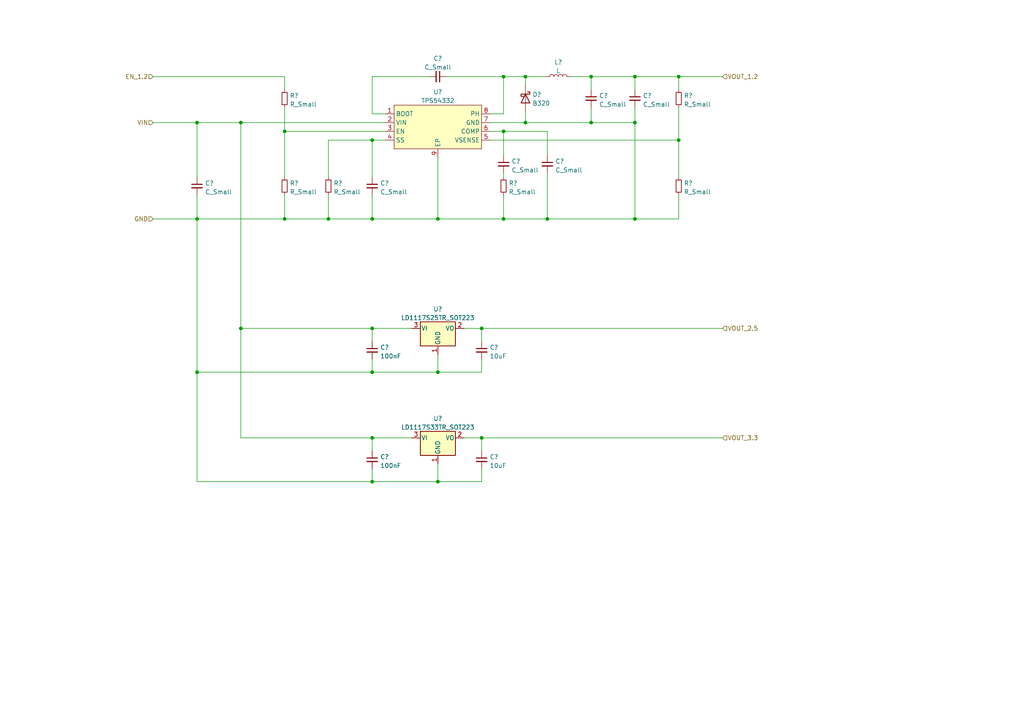
<source format=kicad_sch>
(kicad_sch (version 20211123) (generator eeschema)
  (paper "A4")
  (lib_symbols
    (symbol "Device:C_Small" (pin_numbers hide) (pin_names (offset 0.254) hide)
      (property "Reference" "C" (at 0.254 1.778 0))
      (property "Value" "C_Small" (at 0.254 -2.032 0))
      (symbol "C_Small_0_1"
        (polyline (pts (xy -1.524 -0.508) (xy 1.524 -0.508)) (stroke (width 0.3302)))
        (polyline (pts (xy -1.524 0.508) (xy 1.524 0.508)) (stroke (width 0.3048)))
      )
      (symbol "C_Small_1_1"
        (pin passive line (at 0 2.54 270) (length 2.032) (name "~") (number "1"))
        (pin passive line (at 0 -2.54 90) (length 2.032) (name "~") (number "2"))
      )
    )
    (symbol "Device:L" (pin_numbers hide) (pin_names (offset 1.016) hide)
      (property "Reference" "L" (at -1.27 0 90))
      (property "Value" "L" (at 1.905 0 90))
      (symbol "L_0_1"
        (arc (start 0 -2.54) (mid 0.635 -1.905) (end 0 -1.27))
        (arc (start 0 -1.27) (mid 0.635 -0.635) (end 0 0))
        (arc (start 0 0) (mid 0.635 0.635) (end 0 1.27))
        (arc (start 0 1.27) (mid 0.635 1.905) (end 0 2.54))
      )
      (symbol "L_1_1"
        (pin passive line (at 0 3.81 270) (length 1.27) (name "1") (number "1"))
        (pin passive line (at 0 -3.81 90) (length 1.27) (name "2") (number "2"))
      )
    )
    (symbol "Device:R_Small" (pin_numbers hide) (pin_names (offset 0.254) hide)
      (property "Reference" "R" (at 0.762 0.508 0))
      (property "Value" "R_Small" (at 0.762 -1.016 0))
      (symbol "R_Small_0_1"
        (rectangle (start -0.762 1.778) (end 0.762 -1.778) (stroke (width 0.2032)))
      )
      (symbol "R_Small_1_1"
        (pin passive line (at 0 2.54 270) (length 0.762) (name "~") (number "1"))
        (pin passive line (at 0 -2.54 90) (length 0.762) (name "~") (number "2"))
      )
    )
    (symbol "Diode:B320" (pin_numbers hide) (pin_names (offset 1.016) hide)
      (property "Reference" "D" (at 0 2.54 0))
      (property "Value" "B320" (at 0 -2.54 0))
      (symbol "B320_0_1"
        (polyline (pts (xy 1.27 0) (xy -1.27 0)))
        (polyline (pts (xy 1.27 1.27) (xy 1.27 -1.27) (xy -1.27 0) (xy 1.27 1.27)) (stroke (width 0.254)))
        (polyline (pts (xy -1.905 0.635) (xy -1.905 1.27) (xy -1.27 1.27) (xy -1.27 -1.27) (xy -0.635 -1.27) (xy -0.635 -0.635)) (stroke (width 0.254)))
      )
      (symbol "B320_1_1"
        (pin passive line (at -3.81 0 0) (length 2.54) (name "K") (number "1"))
        (pin passive line (at 3.81 0 180) (length 2.54) (name "A") (number "2"))
      )
    )
    (symbol "Regulator_Linear:LD1117S25TR_SOT223" (pin_names (offset 0.254))
      (property "Reference" "U" (at -3.81 3.175 0))
      (property "Value" "LD1117S25TR_SOT223" (at 0 3.175 0))
      (symbol "LD1117S25TR_SOT223_0_1"
        (rectangle (start -5.08 -5.08) (end 5.08 1.905) (stroke (width 0.254)) (fill (type background)))
      )
      (symbol "LD1117S25TR_SOT223_1_1"
        (pin power_in line (at 0 -7.62 90) (length 2.54) (name "GND") (number "1"))
        (pin power_out line (at 7.62 0 180) (length 2.54) (name "VO") (number "2"))
        (pin power_in line (at -7.62 0 0) (length 2.54) (name "VI") (number "3"))
      )
    )
    (symbol "Regulator_Linear:LD1117S33TR_SOT223" (pin_names (offset 0.254))
      (property "Reference" "U" (at -3.81 3.175 0))
      (property "Value" "LD1117S33TR_SOT223" (at 0 3.175 0))
      (symbol "LD1117S33TR_SOT223_0_1"
        (rectangle (start -5.08 -5.08) (end 5.08 1.905) (stroke (width 0.254)) (fill (type background)))
      )
      (symbol "LD1117S33TR_SOT223_1_1"
        (pin power_in line (at 0 -7.62 90) (length 2.54) (name "GND") (number "1"))
        (pin power_out line (at 7.62 0 180) (length 2.54) (name "VO") (number "2"))
        (pin power_in line (at -7.62 0 0) (length 2.54) (name "VI") (number "3"))
      )
    )
    (symbol "TPS54x3x:TPS54332"
      (property "Reference" "U?" (at 0 10.16 0))
      (property "Value" "TPS54332" (at 0 7.62 0))
      (symbol "TPS54332_0_1"
        (rectangle (start -12.7 6.35) (end 12.7 -6.35) (stroke (width 0.1524)) (fill (type background)))
      )
      (symbol "TPS54332_1_1"
        (pin output line (at -15.24 3.81 0) (length 2.54) (name "BOOT") (number "1"))
        (pin input line (at -15.24 1.27 0) (length 2.54) (name "VIN") (number "2"))
        (pin input line (at -15.24 -1.27 0) (length 2.54) (name "EN") (number "3"))
        (pin input line (at -15.24 -3.81 0) (length 2.54) (name "SS") (number "4"))
        (pin input line (at 15.24 -3.81 180) (length 2.54) (name "VSENSE") (number "5"))
        (pin output line (at 15.24 -1.27 180) (length 2.54) (name "COMP") (number "6"))
        (pin passive line (at 15.24 1.27 180) (length 2.54) (name "GND") (number "7"))
        (pin output line (at 15.24 3.81 180) (length 2.54) (name "PH") (number "8"))
        (pin passive line (at 0 -8.89 90) (length 2.54) (name "EP") (number "9"))
      )
    )
  )
  (junction (at 107.95 63.5))
  (junction (at 139.7 95.25))
  (junction (at 69.85 95.25))
  (junction (at 139.7 127))
  (junction (at 184.15 22.225))
  (junction (at 69.85 35.56))
  (junction (at 158.75 63.5))
  (junction (at 127 139.7))
  (junction (at 196.85 22.225))
  (junction (at 57.15 35.56))
  (junction (at 146.05 63.5))
  (junction (at 82.55 63.5))
  (junction (at 82.55 38.1))
  (junction (at 146.05 22.225))
  (junction (at 107.95 139.7))
  (junction (at 196.85 40.64))
  (junction (at 146.05 38.1))
  (junction (at 184.15 35.56))
  (junction (at 107.95 127))
  (junction (at 152.4 35.56))
  (junction (at 107.95 40.64))
  (junction (at 171.45 35.56))
  (junction (at 57.15 107.95))
  (junction (at 57.15 63.5))
  (junction (at 152.4 22.225))
  (junction (at 171.45 22.225))
  (junction (at 95.25 63.5))
  (junction (at 127 63.5))
  (junction (at 127 107.95))
  (junction (at 107.95 107.95))
  (junction (at 107.95 95.25))
  (junction (at 184.15 63.5))
  (wire (pts (xy 139.7 104.14) (xy 139.7 107.95)))
  (wire (pts (xy 139.7 95.25) (xy 209.55 95.25)))
  (wire (pts (xy 95.25 56.515) (xy 95.25 63.5)))
  (wire (pts (xy 95.25 63.5) (xy 107.95 63.5)))
  (wire (pts (xy 158.75 63.5) (xy 184.15 63.5)))
  (wire (pts (xy 139.7 127) (xy 209.55 127)))
  (wire (pts (xy 124.46 22.225) (xy 107.95 22.225)))
  (wire (pts (xy 82.55 63.5) (xy 95.25 63.5)))
  (wire (pts (xy 107.95 104.14) (xy 107.95 107.95)))
  (wire (pts (xy 165.735 22.225) (xy 171.45 22.225)))
  (wire (pts (xy 158.75 45.085) (xy 158.75 38.1)))
  (wire (pts (xy 95.25 51.435) (xy 95.25 40.64)))
  (wire (pts (xy 57.15 107.95) (xy 57.15 63.5)))
  (wire (pts (xy 146.05 22.225) (xy 129.54 22.225)))
  (wire (pts (xy 152.4 32.385) (xy 152.4 35.56)))
  (wire (pts (xy 127 45.72) (xy 127 63.5)))
  (wire (pts (xy 171.45 31.115) (xy 171.45 35.56)))
  (wire (pts (xy 119.38 95.25) (xy 107.95 95.25)))
  (wire (pts (xy 184.15 31.115) (xy 184.15 35.56)))
  (wire (pts (xy 146.05 38.1) (xy 142.24 38.1)))
  (wire (pts (xy 107.95 51.435) (xy 107.95 40.64)))
  (wire (pts (xy 142.24 40.64) (xy 196.85 40.64)))
  (wire (pts (xy 196.85 56.515) (xy 196.85 63.5)))
  (wire (pts (xy 82.55 38.1) (xy 111.76 38.1)))
  (wire (pts (xy 139.7 135.89) (xy 139.7 139.7)))
  (wire (pts (xy 184.15 26.035) (xy 184.15 22.225)))
  (wire (pts (xy 196.85 40.64) (xy 196.85 51.435)))
  (wire (pts (xy 146.05 63.5) (xy 158.75 63.5)))
  (wire (pts (xy 107.95 63.5) (xy 127 63.5)))
  (wire (pts (xy 69.85 95.25) (xy 69.85 35.56)))
  (wire (pts (xy 107.95 127) (xy 69.85 127)))
  (wire (pts (xy 107.95 139.7) (xy 57.15 139.7)))
  (wire (pts (xy 107.95 95.25) (xy 107.95 99.06)))
  (wire (pts (xy 82.55 31.115) (xy 82.55 38.1)))
  (wire (pts (xy 152.4 35.56) (xy 171.45 35.56)))
  (wire (pts (xy 152.4 22.225) (xy 146.05 22.225)))
  (wire (pts (xy 134.62 127) (xy 139.7 127)))
  (wire (pts (xy 107.95 127) (xy 107.95 130.81)))
  (wire (pts (xy 146.05 45.085) (xy 146.05 38.1)))
  (wire (pts (xy 142.24 33.02) (xy 146.05 33.02)))
  (wire (pts (xy 196.85 22.225) (xy 209.55 22.225)))
  (wire (pts (xy 158.75 50.165) (xy 158.75 63.5)))
  (wire (pts (xy 127 107.95) (xy 139.7 107.95)))
  (wire (pts (xy 44.45 22.225) (xy 82.55 22.225)))
  (wire (pts (xy 69.85 35.56) (xy 57.15 35.56)))
  (wire (pts (xy 107.95 135.89) (xy 107.95 139.7)))
  (wire (pts (xy 146.05 50.165) (xy 146.05 51.435)))
  (wire (pts (xy 82.55 56.515) (xy 82.55 63.5)))
  (wire (pts (xy 184.15 63.5) (xy 196.85 63.5)))
  (wire (pts (xy 107.95 33.02) (xy 111.76 33.02)))
  (wire (pts (xy 82.55 22.225) (xy 82.55 26.035)))
  (wire (pts (xy 196.85 31.115) (xy 196.85 40.64)))
  (wire (pts (xy 171.45 35.56) (xy 184.15 35.56)))
  (wire (pts (xy 44.45 35.56) (xy 57.15 35.56)))
  (wire (pts (xy 127 139.7) (xy 107.95 139.7)))
  (wire (pts (xy 111.76 35.56) (xy 69.85 35.56)))
  (wire (pts (xy 107.95 22.225) (xy 107.95 33.02)))
  (wire (pts (xy 57.15 63.5) (xy 82.55 63.5)))
  (wire (pts (xy 119.38 127) (xy 107.95 127)))
  (wire (pts (xy 127 63.5) (xy 146.05 63.5)))
  (wire (pts (xy 82.55 51.435) (xy 82.55 38.1)))
  (wire (pts (xy 139.7 139.7) (xy 127 139.7)))
  (wire (pts (xy 57.15 56.515) (xy 57.15 63.5)))
  (wire (pts (xy 152.4 24.765) (xy 152.4 22.225)))
  (wire (pts (xy 146.05 33.02) (xy 146.05 22.225)))
  (wire (pts (xy 107.95 56.515) (xy 107.95 63.5)))
  (wire (pts (xy 134.62 95.25) (xy 139.7 95.25)))
  (wire (pts (xy 107.95 95.25) (xy 69.85 95.25)))
  (wire (pts (xy 57.15 139.7) (xy 57.15 107.95)))
  (wire (pts (xy 107.95 40.64) (xy 111.76 40.64)))
  (wire (pts (xy 146.05 56.515) (xy 146.05 63.5)))
  (wire (pts (xy 95.25 40.64) (xy 107.95 40.64)))
  (wire (pts (xy 158.75 38.1) (xy 146.05 38.1)))
  (wire (pts (xy 171.45 26.035) (xy 171.45 22.225)))
  (wire (pts (xy 171.45 22.225) (xy 184.15 22.225)))
  (wire (pts (xy 127 107.95) (xy 107.95 107.95)))
  (wire (pts (xy 152.4 22.225) (xy 158.115 22.225)))
  (wire (pts (xy 127 134.62) (xy 127 139.7)))
  (wire (pts (xy 142.24 35.56) (xy 152.4 35.56)))
  (wire (pts (xy 127 102.87) (xy 127 107.95)))
  (wire (pts (xy 196.85 22.225) (xy 184.15 22.225)))
  (wire (pts (xy 107.95 107.95) (xy 57.15 107.95)))
  (wire (pts (xy 196.85 26.035) (xy 196.85 22.225)))
  (wire (pts (xy 57.15 35.56) (xy 57.15 51.435)))
  (wire (pts (xy 139.7 127) (xy 139.7 130.81)))
  (wire (pts (xy 184.15 35.56) (xy 184.15 63.5)))
  (wire (pts (xy 44.45 63.5) (xy 57.15 63.5)))
  (wire (pts (xy 139.7 95.25) (xy 139.7 99.06)))
  (wire (pts (xy 69.85 127) (xy 69.85 95.25)))
  (hierarchical_label "EN_1.2" (shape input) (at 44.45 22.225 180))
  (hierarchical_label "VOUT_3.3" (shape input) (at 209.55 127 0))
  (hierarchical_label "VIN" (shape input) (at 44.45 35.56 180))
  (hierarchical_label "GND" (shape input) (at 44.45 63.5 180))
  (hierarchical_label "VOUT_1.2" (shape input) (at 209.55 22.225 0))
  (hierarchical_label "VOUT_2.5" (shape input) (at 209.55 95.25 0))
  (symbol (lib_id "Device:R_Small") (at 82.55 53.975 0) (unit 1)
    (property "Reference" "R?" (at 84.0486 53.1403 0) (effects (justify left)))
    (property "Value" "R_Small" (at 84.0486 55.6772 0) (effects (justify left)))
  )
  (symbol (lib_id "Device:R_Small") (at 196.85 28.575 0) (unit 1)
    (property "Reference" "R?" (at 198.3486 27.7403 0) (effects (justify left)))
    (property "Value" "R_Small" (at 198.3486 30.2772 0) (effects (justify left)))
  )
  (symbol (lib_id "Device:R_Small") (at 196.85 53.975 180) (unit 1)
    (property "Reference" "R?" (at 198.3486 53.1403 0) (effects (justify right)))
    (property "Value" "R_Small" (at 198.3486 55.6772 0) (effects (justify right)))
  )
  (symbol (lib_id "Device:C_Small") (at 139.7 101.6 0) (unit 1)
    (property "Reference" "C?" (at 142.0241 100.7716 0) (effects (justify left)))
    (property "Value" "10uF" (at 142.0241 103.3085 0) (effects (justify left)))
  )
  (symbol (lib_id "Device:R_Small") (at 82.55 28.575 180) (unit 1)
    (property "Reference" "R?" (at 84.0486 27.7403 0) (effects (justify right)))
    (property "Value" "R_Small" (at 84.0486 30.2772 0) (effects (justify right)))
  )
  (symbol (lib_id "Device:C_Small") (at 107.95 133.35 0) (unit 1)
    (property "Reference" "C?" (at 110.2741 132.5216 0) (effects (justify left)))
    (property "Value" "100nF" (at 110.2741 135.0585 0) (effects (justify left)))
  )
  (symbol (lib_id "Regulator_Linear:LD1117S33TR_SOT223") (at 127 127 0) (unit 1)
    (property "Reference" "U?" (at 127 121.3952 0))
    (property "Value" "LD1117S33TR_SOT223" (at 127 123.9321 0))
    (property "Footprint" "Package_TO_SOT_SMD:SOT-223-3_TabPin2" (effects hide))
    (property "Datasheet" "http://www.st.com/st-web-ui/static/active/en/resource/technical/document/datasheet/CD00000544.pdf" (effects hide))
  )
  (symbol (lib_id "TPS54x3x:TPS54332") (at 127 36.83 0) (unit 1)
    (property "Reference" "U?" (at 127 26.67 0))
    (property "Value" "TPS54332" (at 127 29.21 0))
    (property "Footprint" "Package_SO:HSOP-8-1EP_3.9x4.9mm_P1.27mm_EP2.41x3.1mm_ThermalVias" (effects hide))
  )
  (symbol (lib_id "Device:C_Small") (at 184.15 28.575 0) (unit 1)
    (property "Reference" "C?" (at 186.4741 27.7466 0) (effects (justify left)))
    (property "Value" "C_Small" (at 186.4741 30.2835 0) (effects (justify left)))
  )
  (symbol (lib_id "Device:C_Small") (at 146.05 47.625 0) (unit 1)
    (property "Reference" "C?" (at 148.3741 46.7966 0) (effects (justify left)))
    (property "Value" "C_Small" (at 148.3741 49.3335 0) (effects (justify left)))
  )
  (symbol (lib_id "Device:C_Small") (at 57.15 53.975 0) (unit 1)
    (property "Reference" "C?" (at 59.4741 53.1466 0) (effects (justify left)))
    (property "Value" "C_Small" (at 59.4741 55.6835 0) (effects (justify left)))
  )
  (symbol (lib_id "Diode:B320") (at 152.4 28.575 270) (unit 1)
    (property "Reference" "D?" (at 154.432 27.4228 90) (effects (justify left)))
    (property "Value" "B320" (at 154.432 29.9597 90) (effects (justify left)))
    (property "Footprint" "Diode_SMD:D_SMC" (effects hide))
    (property "Datasheet" "http://www.jameco.com/Jameco/Products/ProdDS/1538777.pdf" (effects hide))
  )
  (symbol (lib_id "Device:C_Small") (at 171.45 28.575 0) (unit 1)
    (property "Reference" "C?" (at 173.7741 27.7466 0) (effects (justify left)))
    (property "Value" "C_Small" (at 173.7741 30.2835 0) (effects (justify left)))
  )
  (symbol (lib_id "Device:R_Small") (at 146.05 53.975 0) (unit 1)
    (property "Reference" "R?" (at 147.5486 53.1403 0) (effects (justify left)))
    (property "Value" "R_Small" (at 147.5486 55.6772 0) (effects (justify left)))
  )
  (symbol (lib_id "Device:C_Small") (at 158.75 47.625 0) (unit 1)
    (property "Reference" "C?" (at 161.0741 46.7966 0) (effects (justify left)))
    (property "Value" "C_Small" (at 161.0741 49.3335 0) (effects (justify left)))
  )
  (symbol (lib_id "Device:R_Small") (at 95.25 53.975 0) (unit 1)
    (property "Reference" "R?" (at 96.7486 53.1403 0) (effects (justify left)))
    (property "Value" "R_Small" (at 96.7486 55.6772 0) (effects (justify left)))
  )
  (symbol (lib_id "Device:C_Small") (at 139.7 133.35 0) (unit 1)
    (property "Reference" "C?" (at 142.0241 132.5216 0) (effects (justify left)))
    (property "Value" "10uF" (at 142.0241 135.0585 0) (effects (justify left)))
  )
  (symbol (lib_id "Regulator_Linear:LD1117S25TR_SOT223") (at 127 95.25 0) (unit 1)
    (property "Reference" "U?" (at 127 89.6452 0))
    (property "Value" "LD1117S25TR_SOT223" (at 127 92.1821 0))
    (property "Footprint" "Package_TO_SOT_SMD:SOT-223-3_TabPin2" (effects hide))
    (property "Datasheet" "http://www.st.com/st-web-ui/static/active/en/resource/technical/document/datasheet/CD00000544.pdf" (effects hide))
  )
  (symbol (lib_id "Device:L") (at 161.925 22.225 90) (unit 1)
    (property "Reference" "L?" (at 161.925 18.0172 90))
    (property "Value" "L" (at 161.925 20.5541 90))
  )
  (symbol (lib_id "Device:C_Small") (at 107.95 101.6 0) (unit 1)
    (property "Reference" "C?" (at 110.2741 100.7716 0) (effects (justify left)))
    (property "Value" "100nF" (at 110.2741 103.3085 0) (effects (justify left)))
  )
  (symbol (lib_id "Device:C_Small") (at 127 22.225 270) (unit 1)
    (property "Reference" "C?" (at 126.9936 16.9631 90))
    (property "Value" "C_Small" (at 126.9936 19.5 90))
  )
  (symbol (lib_id "Device:C_Small") (at 107.95 53.975 0) (unit 1)
    (property "Reference" "C?" (at 110.2741 53.1466 0) (effects (justify left)))
    (property "Value" "C_Small" (at 110.2741 55.6835 0) (effects (justify left)))
  )
)
</source>
